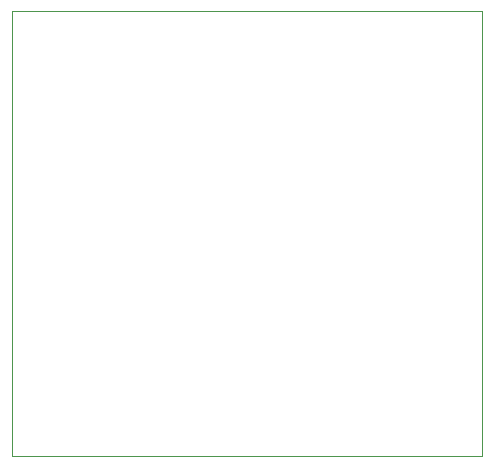
<source format=gbr>
%TF.GenerationSoftware,KiCad,Pcbnew,9.0.0*%
%TF.CreationDate,2025-03-31T12:23:45-05:00*%
%TF.ProjectId,Proyecto_prueba,50726f79-6563-4746-9f5f-707275656261,rev?*%
%TF.SameCoordinates,Original*%
%TF.FileFunction,Profile,NP*%
%FSLAX46Y46*%
G04 Gerber Fmt 4.6, Leading zero omitted, Abs format (unit mm)*
G04 Created by KiCad (PCBNEW 9.0.0) date 2025-03-31 12:23:45*
%MOMM*%
%LPD*%
G01*
G04 APERTURE LIST*
%TA.AperFunction,Profile*%
%ADD10C,0.050000*%
%TD*%
G04 APERTURE END LIST*
D10*
X104400000Y-63800000D02*
X144200000Y-63800000D01*
X144200000Y-101400000D01*
X104400000Y-101400000D01*
X104400000Y-63800000D01*
M02*

</source>
